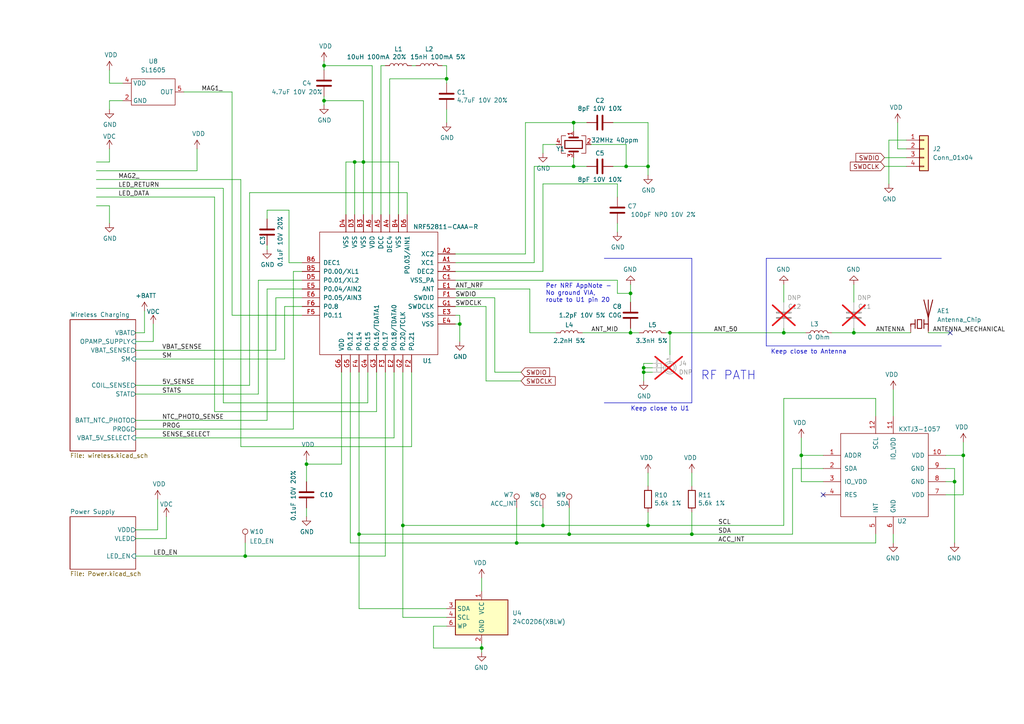
<source format=kicad_sch>
(kicad_sch (version 20250114) (generator "eeschema") (generator_version "9.0")
  (paper "A4")
  (title_block (title "Pixels D20 Schematic, Main") (date "2022-08-26") (rev "13") (company "Systemic Games, LLC") (comment 1 "Main MCU, Accelerometer and Radio"))
  (lib_symbols
    (symbol "Connector_Generic:Conn_01x04" (pin_names (offset 1.016) (hide yes))
      (property "Reference" "J" (at 0 5.08 0))
      (property "Value" "Conn_01x04" (at 0 -7.62 0))
      (symbol "Conn_01x04_1_1"
        (rectangle (start -1.27 3.81) (end 1.27 -6.35) (stroke (width 0.254)) (fill (type background)))
        (rectangle (start -1.27 2.667) (end 0 2.413) (stroke (width 0.1524)))
        (rectangle (start -1.27 0.127) (end 0 -0.127) (stroke (width 0.1524)))
        (rectangle (start -1.27 -2.413) (end 0 -2.667) (stroke (width 0.1524)))
        (rectangle (start -1.27 -4.953) (end 0 -5.207) (stroke (width 0.1524)))
        (pin passive line (at -5.08 2.54 0) (length 3.81) (name "Pin_1") (number "1"))
        (pin passive line (at -5.08 0 0) (length 3.81) (name "Pin_2") (number "2"))
        (pin passive line (at -5.08 -2.54 0) (length 3.81) (name "Pin_3") (number "3"))
        (pin passive line (at -5.08 -5.08 0) (length 3.81) (name "Pin_4") (number "4"))
      )
    )
    (symbol "Device:Antenna_Chip" (pin_numbers (hide yes)) (pin_names (offset 1.016) (hide yes))
      (property "Reference" "AE" (at 0 5.08 0))
      (property "Value" "Antenna_Chip" (at 0 3.175 0))
      (symbol "Antenna_Chip_0_1"
        (polyline (pts (xy -2.54 0) (xy -2.54 -0.635)) (stroke (width 0.254)))
        (polyline (pts (xy -2.54 0) (xy -1.27 0)) (stroke (width 0.254)))
        (polyline (pts (xy -1.27 1.27) (xy -1.27 -1.27) (xy -1.27 0)) (stroke (width 0.254)))
        (polyline (pts (xy -0.635 1.27) (xy 0.635 1.27) (xy 0.635 -1.27) (xy -0.635 -1.27) (xy -0.635 1.27)) (stroke (width 0.254)))
        (polyline (pts (xy 1.27 1.27) (xy 1.27 -1.27)) (stroke (width 0.254)))
        (polyline (pts (xy 1.27 0) (xy 2.54 0)) (stroke (width 0.254)))
        (polyline (pts (xy 2.54 6.985) (xy 2.54 -1.905)) (stroke (width 0.254)))
        (polyline (pts (xy 2.54 -0.635) (xy 2.54 0)))
        (polyline (pts (xy 3.81 6.985) (xy 2.54 1.905) (xy 1.27 6.985)) (stroke (width 0.254)))
      )
      (symbol "Antenna_Chip_1_1"
        (pin input line (at -2.54 -2.54 90) (length 2.54) (name "FEED") (number "1"))
        (pin passive line (at 2.54 -2.54 90) (length 2.54) (name "PCB_Trace") (number "2"))
      )
    )
    (symbol "Device:C" (pin_numbers (hide yes)) (pin_names (offset 0.254))
      (property "Reference" "C" (at 0.635 2.54 0))
      (property "Value" "C" (at 0.635 -2.54 0))
      (symbol "C_0_1"
        (polyline (pts (xy -2.032 0.762) (xy 2.032 0.762)) (stroke (width 0.508)))
        (polyline (pts (xy -2.032 -0.762) (xy 2.032 -0.762)) (stroke (width 0.508)))
      )
      (symbol "C_1_1"
        (pin passive line (at 0 3.81 270) (length 2.794) (name "~") (number "1"))
        (pin passive line (at 0 -3.81 90) (length 2.794) (name "~") (number "2"))
      )
    )
    (symbol "Device:Crystal_GND24" (pin_names (offset 1.016) (hide yes))
      (property "Reference" "Y" (at 3.175 5.08 0))
      (property "Value" "Crystal_GND24" (at 3.175 3.175 0))
      (symbol "Crystal_GND24_0_1"
        (polyline (pts (xy -2.54 2.286) (xy -2.54 3.556) (xy 2.54 3.556) (xy 2.54 2.286)))
        (polyline (pts (xy -2.54 0) (xy -2.032 0)))
        (polyline (pts (xy -2.54 -2.286) (xy -2.54 -3.556) (xy 2.54 -3.556) (xy 2.54 -2.286)))
        (polyline (pts (xy -2.032 -1.27) (xy -2.032 1.27)) (stroke (width 0.508)))
        (rectangle (start -1.143 2.54) (end 1.143 -2.54) (stroke (width 0.3048)))
        (polyline (pts (xy 0 3.556) (xy 0 3.81)))
        (polyline (pts (xy 0 -3.81) (xy 0 -3.556)))
        (polyline (pts (xy 2.032 0) (xy 2.54 0)))
        (polyline (pts (xy 2.032 -1.27) (xy 2.032 1.27)) (stroke (width 0.508)))
      )
      (symbol "Crystal_GND24_1_1"
        (pin passive line (at -3.81 0 0) (length 1.27) (name "1") (number "1"))
        (pin passive line (at 0 5.08 270) (length 1.27) (name "2") (number "2"))
        (pin passive line (at 0 -5.08 90) (length 1.27) (name "4") (number "4"))
        (pin passive line (at 3.81 0 180) (length 1.27) (name "3") (number "3"))
      )
    )
    (symbol "Device:L" (pin_numbers (hide yes)) (pin_names (offset 1.016) (hide yes))
      (property "Reference" "L" (at -1.27 0 90))
      (property "Value" "L" (at 1.905 0 90))
      (symbol "L_0_1"
        (arc (start 0 2.54) (mid 0.6323 1.905) (end 0 1.27))
        (arc (start 0 1.27) (mid 0.6323 0.635) (end 0 0))
        (arc (start 0 0) (mid 0.6323 -0.635) (end 0 -1.27))
        (arc (start 0 -1.27) (mid 0.6323 -1.905) (end 0 -2.54))
      )
      (symbol "L_1_1"
        (pin passive line (at 0 3.81 270) (length 1.27) (name "1") (number "1"))
        (pin passive line (at 0 -3.81 90) (length 1.27) (name "2") (number "2"))
      )
    )
    (symbol "Device:R" (pin_numbers (hide yes)) (pin_names (offset 0))
      (property "Reference" "R" (at 2.032 0 90))
      (property "Value" "R" (at 0 0 90))
      (symbol "R_0_1"
        (rectangle (start -1.016 -2.54) (end 1.016 2.54) (stroke (width 0.254)))
      )
      (symbol "R_1_1"
        (pin passive line (at 0 3.81 270) (length 1.27) (name "~") (number "1"))
        (pin passive line (at 0 -3.81 90) (length 1.27) (name "~") (number "2"))
      )
    )
    (symbol "Pixels-dice:24C02D6(XBLW)"
      (property "Reference" "U" (at -6.35 6.35 0))
      (property "Value" "24C02D6(XBLW)" (at 1.27 6.35 0))
      (symbol "24C02D6(XBLW)_1_1"
        (rectangle (start -7.62 5.08) (end 7.62 -5.08) (stroke (width 0.254)) (fill (type background)))
        (pin power_in line (at 0 7.62 270) (length 2.54) (name "VCC") (number "1"))
        (pin power_in line (at 0 -7.62 90) (length 2.54) (name "GND") (number "2"))
        (pin bidirectional line (at 10.16 2.54 180) (length 2.54) (name "SDA") (number "3"))
        (pin input line (at 10.16 0 180) (length 2.54) (name "SCL") (number "4"))
        (pin input line (at 10.16 -2.54 180) (length 2.54) (name "WP") (number "6"))
      )
    )
    (symbol "Pixels-dice:KXTJ3-1057" (pin_names (offset 1.016))
      (property "Reference" "U" (at 10.16 -12.7 0))
      (property "Value" "KXTJ3-1057" (at 8.89 13.97 0))
      (symbol "KXTJ3-1057_0_1"
        (rectangle (start -12.7 12.7) (end 12.7 -11.43))
      )
      (symbol "KXTJ3-1057_1_1"
        (pin input line (at -17.78 6.35 0) (length 5.08) (name "ADDR") (number "1"))
        (pin bidirectional line (at -17.78 2.54 0) (length 5.08) (name "SDA") (number "2"))
        (pin power_in line (at -17.78 -1.27 0) (length 5.08) (name "IO_VDD") (number "3"))
        (pin passive line (at -17.78 -5.08 0) (length 5.08) (name "RES") (number "4"))
        (pin input line (at -2.54 17.78 270) (length 5.08) (name "SCL") (number "12"))
        (pin output line (at -2.54 -16.51 90) (length 5.08) (name "INT") (number "5"))
        (pin power_in line (at 2.54 17.78 270) (length 5.08) (name "IO_VDD") (number "11"))
        (pin power_in line (at 2.54 -16.51 90) (length 5.08) (name "GND") (number "6"))
        (pin power_in line (at 17.78 6.35 180) (length 5.08) (name "VDD") (number "10"))
        (pin power_in line (at 17.78 2.54 180) (length 5.08) (name "GND") (number "9"))
        (pin power_in line (at 17.78 -1.27 180) (length 5.08) (name "GND") (number "8"))
        (pin power_in line (at 17.78 -5.08 180) (length 5.08) (name "VDD") (number "7"))
      )
    )
    (symbol "Pixels-dice:NRF52811-CAAA-R" (pin_names (offset 1.016))
      (property "Reference" "U" (at 13.97 -19.05 0))
      (property "Value" "NRF52811-CAAA-R" (at -7.62 11.43 0))
      (symbol "NRF52811-CAAA-R_0_1"
        (rectangle (start -17.78 17.78) (end 16.51 -17.78))
      )
      (symbol "NRF52811-CAAA-R_1_1"
        (pin power_out line (at -22.86 8.89 0) (length 5.08) (name "DEC1") (number "B6"))
        (pin bidirectional line (at -22.86 6.35 0) (length 5.08) (name "P0.00/XL1") (number "B5"))
        (pin bidirectional line (at -22.86 3.81 0) (length 5.08) (name "P0.01/XL2") (number "D5"))
        (pin bidirectional line (at -22.86 1.27 0) (length 5.08) (name "P0.04/AIN2") (number "E5"))
        (pin bidirectional line (at -22.86 -1.27 0) (length 5.08) (name "P0.05/AIN3") (number "E6"))
        (pin bidirectional line (at -22.86 -3.81 0) (length 5.08) (name "P0.8") (number "F6"))
        (pin bidirectional line (at -22.86 -6.35 0) (length 5.08) (name "P0.11") (number "F5"))
        (pin power_in line (at -11.43 -22.86 90) (length 5.08) (name "VDD") (number "G6"))
        (pin power_in line (at -10.16 22.86 270) (length 5.08) (name "VSS") (number "D4"))
        (pin bidirectional line (at -8.89 -22.86 90) (length 5.08) (name "P0.12") (number "G5"))
        (pin power_in line (at -7.62 22.86 270) (length 5.08) (name "VSS") (number "D3"))
        (pin bidirectional line (at -6.35 -22.86 90) (length 5.08) (name "P0.14") (number "F4"))
        (pin power_in line (at -5.08 22.86 270) (length 5.08) (name "VSS") (number "B3"))
        (pin bidirectional line (at -3.81 -22.86 90) (length 5.08) (name "P0.15") (number "G4"))
        (pin power_in line (at -2.54 22.86 270) (length 5.08) (name "VDD") (number "A6"))
        (pin bidirectional line (at -1.27 -22.86 90) (length 5.08) (name "P0.16/TDATA1") (number "G3"))
        (pin output line (at 0 22.86 270) (length 5.08) (name "DCC") (number "A5"))
        (pin bidirectional line (at 1.27 -22.86 90) (length 5.08) (name "P0.17") (number "F3"))
        (pin output line (at 2.54 22.86 270) (length 5.08) (name "DEC4") (number "A4"))
        (pin bidirectional line (at 3.81 -22.86 90) (length 5.08) (name "P0.18/TDATA0") (number "E2"))
        (pin output line (at 5.08 22.86 270) (length 5.08) (name "VSS") (number "B4"))
        (pin bidirectional line (at 6.35 -22.86 90) (length 5.08) (name "P0.20/TCLK") (number "G2"))
        (pin bidirectional line (at 7.62 22.86 270) (length 5.08) (name "P0.03/AIN1") (number "D6"))
        (pin bidirectional line (at 8.89 -22.86 90) (length 5.08) (name "P0.21") (number "F2"))
        (pin input line (at 21.59 11.43 180) (length 5.08) (name "XC2") (number "A2"))
        (pin output line (at 21.59 8.89 180) (length 5.08) (name "XC1") (number "A1"))
        (pin output line (at 21.59 6.35 180) (length 5.08) (name "DEC2") (number "A3"))
        (pin power_in line (at 21.59 3.81 180) (length 5.08) (name "VSS_PA") (number "C1"))
        (pin output line (at 21.59 1.27 180) (length 5.08) (name "ANT") (number "E1"))
        (pin bidirectional line (at 21.59 -1.27 180) (length 5.08) (name "SWDIO") (number "F1"))
        (pin bidirectional line (at 21.59 -3.81 180) (length 5.08) (name "SWDCLK") (number "G1"))
        (pin power_in line (at 21.59 -6.35 180) (length 5.08) (name "VSS") (number "E3"))
        (pin power_in line (at 21.59 -8.89 180) (length 5.08) (name "VSS") (number "E4"))
      )
    )
    (symbol "Pixels-dice:SL1605"
      (property "Reference" "U" (at 4.064 -5.08 0))
      (property "Value" "SL1605" (at 0 5.588 0))
      (symbol "SL1605_0_1"
        (rectangle (start -6.35 3.81) (end 6.35 -3.81))
      )
      (symbol "SL1605_1_1"
        (pin power_in line (at -8.89 2.54 0) (length 2.54) (name "VDD") (number "4"))
        (pin power_in line (at -8.89 -2.54 0) (length 2.54) (name "GND") (number "2"))
        (pin output line (at 8.89 0 180) (length 2.54) (name "OUT") (number "5"))
      )
    )
    (symbol "Pixels-dice:TEST_1P-conn" (pin_numbers (hide yes)) (pin_names (offset 0.762) (hide yes))
      (property "Reference" "W" (at 0 6.858 0))
      (property "Value" "TEST_1P-conn" (at 0 5.08 0))
      (symbol "TEST_1P-conn_0_1"
        (circle (center 0 3.302) (radius 0.762))
      )
      (symbol "TEST_1P-conn_1_1"
        (pin passive line (at 0 0 90) (length 2.54) (name "1") (number "1"))
      )
    )
    (symbol "Pixels-dice:W.FL"
      (property "Reference" "J" (at 3.81 -1.27 0))
      (property "Value" "W.FL" (at 4.445 1.27 0))
      (symbol "W.FL_0_1"
        (polyline (pts (xy -1.27 -2.54) (xy 1.27 -2.54)))
        (circle (center 0 0) (radius 1.27))
        (circle (center 0 0) (radius 1.7961))
        (polyline (pts (xy 0 -2.54) (xy 0 -1.905)))
      )
      (symbol "W.FL_1_1"
        (pin passive line (at -3.81 0 0) (length 2.54) (name "RF") (number "4"))
        (pin passive line (at -1.27 -5.08 90) (length 2.54) (name "") (number "2"))
        (pin passive line (at 0 -5.08 90) (length 2.54) (name "") (number "3"))
        (pin passive line (at 1.27 -5.08 90) (length 2.54) (name "") (number "1"))
      )
    )
    (symbol "power:+5V" (power) (pin_numbers (hide yes)) (pin_names (offset 0) (hide yes))
      (property "Value" "+5V" (at 0 3.556 0))
      (symbol "+5V_0_1"
        (polyline (pts (xy -0.762 1.27) (xy 0 2.54)))
        (polyline (pts (xy 0 2.54) (xy 0.762 1.27)))
        (polyline (pts (xy 0 0) (xy 0 2.54)))
      )
      (symbol "+5V_1_1"
        (pin power_in line (at 0 0 90) (length 0) (name "~") (number "1"))
      )
    )
    (symbol "power:+BATT" (power) (pin_names (offset 0))
      (property "Value" "+BATT" (at 0 3.556 0))
      (symbol "+BATT_0_1"
        (polyline (pts (xy -0.762 1.27) (xy 0 2.54)))
        (polyline (pts (xy 0 2.54) (xy 0.762 1.27)))
        (polyline (pts (xy 0 0) (xy 0 2.54)))
      )
      (symbol "+BATT_1_1"
        (pin power_in line (at 0 0 90) (length 0) (hide yes) (name "+BATT") (number "1"))
      )
    )
    (symbol "power:GND" (power) (pin_names (offset 0))
      (property "Value" "GND" (at 0 -3.81 0))
      (symbol "GND_0_1"
        (polyline (pts (xy 0 0) (xy 0 -1.27) (xy 1.27 -1.27) (xy 0 -2.54) (xy -1.27 -1.27) (xy 0 -1.27)))
      )
      (symbol "GND_1_1"
        (pin power_in line (at 0 0 270) (length 0) (hide yes) (name "GND") (number "1"))
      )
    )
    (symbol "power:VDC" (power) (pin_names (offset 0))
      (property "Value" "VDC" (at 0 6.35 0))
      (symbol "VDC_0_1"
        (polyline (pts (xy -0.762 1.27) (xy 0 2.54)))
        (polyline (pts (xy 0 2.54) (xy 0.762 1.27)))
        (polyline (pts (xy 0 0) (xy 0 2.54)))
      )
      (symbol "VDC_1_1"
        (pin power_in line (at 0 0 90) (length 0) (hide yes) (name "VDC") (number "1"))
      )
    )
    (symbol "power:VDD" (power) (pin_names (offset 0))
      (property "Value" "VDD" (at 0 3.81 0))
      (symbol "VDD_0_1"
        (polyline (pts (xy -0.762 1.27) (xy 0 2.54)))
        (polyline (pts (xy 0 2.54) (xy 0.762 1.27)))
        (polyline (pts (xy 0 0) (xy 0 2.54)))
      )
      (symbol "VDD_1_1"
        (pin power_in line (at 0 0 90) (length 0) (hide yes) (name "VDD") (number "1"))
      )
    )
  )
  (text "Per NRF AppNote -\nNo ground VIA,\nroute to U1 pin 20" (at 158.242 87.884 0) (effects (font (size 1.27 1.27)) (justify left bottom)))
  (text "RF PATH" (at 203.2 110.49 0) (effects (font (size 2.54 2.54)) (justify left bottom)))
  (text "Keep close to Antenna" (at 223.52 102.87 0) (effects (font (size 1.27 1.27)) (justify left bottom)))
  (text "Keep close to U1" (at 182.88 119.38 0) (effects (font (size 1.27 1.27)) (justify left bottom)))
  (junction (at 279.4 132.08))
  (junction (at 105.41 46.99))
  (junction (at 181.61 48.26))
  (junction (at 276.86 139.7))
  (junction (at 194.31 96.52))
  (junction (at 187.96 152.4))
  (junction (at 166.37 48.26))
  (junction (at 149.86 157.48))
  (junction (at 104.14 154.94))
  (junction (at 165.1 154.94))
  (junction (at 71.12 161.29))
  (junction (at 200.66 154.94))
  (junction (at 182.88 96.52))
  (junction (at 227.33 96.52))
  (junction (at 116.84 152.4))
  (junction (at 129.54 22.86))
  (junction (at 182.88 85.09))
  (junction (at 93.98 19.05))
  (junction (at 88.9 134.62))
  (junction (at 247.65 96.52))
  (junction (at 187.96 48.26))
  (junction (at 133.35 93.98))
  (junction (at 232.41 132.08))
  (junction (at 157.48 152.4))
  (junction (at 93.98 29.21))
  (junction (at 102.87 46.99))
  (junction (at 186.69 107.95))
  (junction (at 166.37 35.56))
  (junction (at 139.7 187.96))
  (junction (at 186.69 106.68))
  (no_connect (at 275.59 96.52))
  (no_connect (at 238.76 143.51))
  (no_connect (at -30.48 55.88))
  (wire (pts (xy 67.31 26.67) (xy 67.31 91.44)))
  (wire (pts (xy 105.41 29.21) (xy 93.98 29.21)))
  (wire (pts (xy 105.41 62.23) (xy 105.41 46.99)))
  (wire (pts (xy 125.73 187.96) (xy 139.7 187.96)))
  (wire (pts (xy 149.86 147.32) (xy 149.86 157.48)))
  (wire (pts (xy -41.91 48.26) (xy -41.91 66.04)))
  (wire (pts (xy 181.61 41.91) (xy 181.61 48.26)))
  (wire (pts (xy 256.54 45.72) (xy 262.89 45.72)))
  (wire (pts (xy 154.94 76.2) (xy 154.94 48.26)))
  (wire (pts (xy 93.98 17.78) (xy 93.98 19.05)))
  (wire (pts (xy 232.41 139.7) (xy 232.41 132.08)))
  (wire (pts (xy 279.4 143.51) (xy 274.32 143.51)))
  (wire (pts (xy 48.26 149.86) (xy 48.26 156.21)))
  (wire (pts (xy 177.8 48.26) (xy 181.61 48.26)))
  (wire (pts (xy 140.97 110.49) (xy 151.13 110.49)))
  (wire (pts (xy 132.08 73.66) (xy 152.4 73.66)))
  (wire (pts (xy 74.93 81.28) (xy 87.63 81.28)))
  (wire (pts (xy 238.76 135.89) (xy 229.87 135.89)))
  (wire (pts (xy -46.99 41.91) (xy -46.99 53.34)))
  (wire (pts (xy 77.47 83.82) (xy 77.47 121.92)))
  (polyline (pts (xy 222.25 74.93) (xy 222.25 100.33)))
  (wire (pts (xy 39.37 104.14) (xy 82.55 104.14)))
  (wire (pts (xy 129.54 176.53) (xy 104.14 176.53)))
  (wire (pts (xy 187.96 35.56) (xy 187.96 48.26)))
  (wire (pts (xy 166.37 35.56) (xy 170.18 35.56)))
  (wire (pts (xy 69.85 52.07) (xy 27.94 52.07)))
  (wire (pts (xy 189.23 106.68) (xy 186.69 106.68)))
  (wire (pts (xy 259.08 154.94) (xy 259.08 157.48)))
  (wire (pts (xy 39.37 114.3) (xy 74.93 114.3)))
  (polyline (pts (xy 222.25 100.33) (xy 273.05 100.33)))
  (wire (pts (xy 132.08 83.82) (xy 153.67 83.82)))
  (wire (pts (xy 39.37 156.21) (xy 48.26 156.21)))
  (wire (pts (xy 257.81 40.64) (xy 257.81 53.34)))
  (wire (pts (xy 116.84 152.4) (xy 116.84 179.07)))
  (wire (pts (xy 186.69 105.41) (xy 186.69 106.68)))
  (wire (pts (xy 27.94 57.15) (xy 62.23 57.15)))
  (wire (pts (xy 118.11 55.88) (xy 118.11 62.23)))
  (wire (pts (xy 116.84 107.95) (xy 116.84 152.4)))
  (wire (pts (xy 129.54 31.75) (xy 129.54 35.56)))
  (wire (pts (xy 39.37 111.76) (xy 72.39 111.76)))
  (wire (pts (xy 111.76 19.05) (xy 110.49 19.05)))
  (wire (pts (xy 71.12 157.48) (xy 71.12 161.29)))
  (wire (pts (xy 88.9 134.62) (xy 88.9 139.7)))
  (wire (pts (xy 132.08 81.28) (xy 179.07 81.28)))
  (wire (pts (xy 77.47 83.82) (xy 87.63 83.82)))
  (wire (pts (xy 88.9 134.62) (xy 99.06 134.62)))
  (wire (pts (xy 149.86 157.48) (xy 254 157.48)))
  (wire (pts (xy 274.32 139.7) (xy 276.86 139.7)))
  (wire (pts (xy 39.37 127) (xy 114.3 127)))
  (wire (pts (xy 62.23 119.38) (xy 109.22 119.38)))
  (wire (pts (xy 152.4 73.66) (xy 152.4 35.56)))
  (wire (pts (xy 44.45 93.98) (xy 44.45 99.06)))
  (wire (pts (xy 179.07 85.09) (xy 182.88 85.09)))
  (wire (pts (xy 132.08 86.36) (xy 143.51 86.36)))
  (wire (pts (xy 102.87 46.99) (xy 105.41 46.99)))
  (wire (pts (xy 153.67 96.52) (xy 161.29 96.52)))
  (wire (pts (xy 133.35 91.44) (xy 133.35 93.98)))
  (wire (pts (xy 254 120.65) (xy 254 115.57)))
  (wire (pts (xy 88.9 134.62) (xy 88.9 133.35)))
  (wire (pts (xy 102.87 46.99) (xy 102.87 62.23)))
  (wire (pts (xy 116.84 152.4) (xy 157.48 152.4)))
  (wire (pts (xy 189.23 107.95) (xy 186.69 107.95)))
  (wire (pts (xy 143.51 107.95) (xy 151.13 107.95)))
  (wire (pts (xy 168.91 96.52) (xy 182.88 96.52)))
  (wire (pts (xy 62.23 57.15) (xy 62.23 119.38)))
  (wire (pts (xy 161.29 41.91) (xy 157.48 41.91)))
  (wire (pts (xy 85.09 78.74) (xy 87.63 78.74)))
  (wire (pts (xy 64.77 54.61) (xy 64.77 116.84)))
  (wire (pts (xy 80.01 86.36) (xy 80.01 101.6)))
  (wire (pts (xy 93.98 19.05) (xy 93.98 20.32)))
  (wire (pts (xy 53.34 26.67) (xy 67.31 26.67)))
  (wire (pts (xy 179.07 81.28) (xy 179.07 85.09)))
  (wire (pts (xy 129.54 22.86) (xy 129.54 24.13)))
  (wire (pts (xy 45.72 153.67) (xy 45.72 144.78)))
  (wire (pts (xy 186.69 106.68) (xy 186.69 107.95)))
  (wire (pts (xy 194.31 96.52) (xy 194.31 102.87)))
  (wire (pts (xy 125.73 181.61) (xy 125.73 187.96)))
  (wire (pts (xy 128.27 19.05) (xy 129.54 19.05)))
  (wire (pts (xy 129.54 22.86) (xy 113.03 22.86)))
  (wire (pts (xy 165.1 154.94) (xy 200.66 154.94)))
  (wire (pts (xy 57.15 43.18) (xy 57.15 49.53)))
  (wire (pts (xy 232.41 132.08) (xy 238.76 132.08)))
  (wire (pts (xy 101.6 157.48) (xy 149.86 157.48)))
  (wire (pts (xy 193.04 96.52) (xy 194.31 96.52)))
  (wire (pts (xy 177.8 35.56) (xy 187.96 35.56)))
  (wire (pts (xy 200.66 148.59) (xy 200.66 154.94)))
  (wire (pts (xy 31.75 20.32) (xy 31.75 24.13)))
  (wire (pts (xy 39.37 124.46) (xy 85.09 124.46)))
  (wire (pts (xy 274.32 135.89) (xy 276.86 135.89)))
  (wire (pts (xy 72.39 55.88) (xy 72.39 111.76)))
  (wire (pts (xy 279.4 132.08) (xy 279.4 143.51)))
  (wire (pts (xy 118.11 55.88) (xy 72.39 55.88)))
  (wire (pts (xy 74.93 114.3) (xy 74.93 81.28)))
  (polyline (pts (xy 175.26 116.84) (xy 200.66 116.84)))
  (wire (pts (xy 104.14 107.95) (xy 104.14 154.94)))
  (wire (pts (xy 256.54 48.26) (xy 262.89 48.26)))
  (wire (pts (xy 104.14 176.53) (xy 104.14 154.94)))
  (wire (pts (xy 100.33 62.23) (xy 100.33 46.99)))
  (wire (pts (xy 154.94 48.26) (xy 166.37 48.26)))
  (wire (pts (xy 247.65 82.55) (xy 247.65 87.63)))
  (wire (pts (xy 39.37 99.06) (xy 44.45 99.06)))
  (wire (pts (xy 232.41 132.08) (xy 232.41 127)))
  (wire (pts (xy 187.96 148.59) (xy 187.96 152.4)))
  (wire (pts (xy 260.35 43.18) (xy 262.89 43.18)))
  (wire (pts (xy 260.35 35.56) (xy 260.35 43.18)))
  (wire (pts (xy 227.33 96.52) (xy 233.68 96.52)))
  (wire (pts (xy 27.94 54.61) (xy 64.77 54.61)))
  (wire (pts (xy 194.31 96.52) (xy 227.33 96.52)))
  (wire (pts (xy 227.33 115.57) (xy 227.33 152.4)))
  (wire (pts (xy 257.81 40.64) (xy 262.89 40.64)))
  (wire (pts (xy 276.86 139.7) (xy 276.86 157.48)))
  (wire (pts (xy 139.7 167.64) (xy 139.7 171.45)))
  (polyline (pts (xy 200.66 74.93) (xy 200.66 116.84)))
  (wire (pts (xy 166.37 48.26) (xy 170.18 48.26)))
  (wire (pts (xy 132.08 91.44) (xy 133.35 91.44)))
  (wire (pts (xy 182.88 82.55) (xy 182.88 85.09)))
  (wire (pts (xy 35.56 29.21) (xy 31.75 29.21)))
  (wire (pts (xy -46.99 53.34) (xy -30.48 53.34)))
  (wire (pts (xy 179.07 53.34) (xy 179.07 57.15)))
  (wire (pts (xy 88.9 147.32) (xy 88.9 149.86)))
  (wire (pts (xy 93.98 29.21) (xy 93.98 30.48)))
  (wire (pts (xy 119.38 107.95) (xy 119.38 129.54)))
  (wire (pts (xy 200.66 137.16) (xy 200.66 140.97)))
  (wire (pts (xy 157.48 152.4) (xy 187.96 152.4)))
  (wire (pts (xy 139.7 187.96) (xy 139.7 189.23)))
  (wire (pts (xy 152.4 35.56) (xy 166.37 35.56)))
  (wire (pts (xy 39.37 153.67) (xy 45.72 153.67)))
  (wire (pts (xy 31.75 29.21) (xy 31.75 31.75)))
  (wire (pts (xy 186.69 107.95) (xy 186.69 110.49)))
  (wire (pts (xy 39.37 121.92) (xy 77.47 121.92)))
  (wire (pts (xy 129.54 19.05) (xy 129.54 22.86)))
  (wire (pts (xy 200.66 154.94) (xy 229.87 154.94)))
  (wire (pts (xy 241.3 96.52) (xy 247.65 96.52)))
  (wire (pts (xy 71.12 161.29) (xy 111.76 161.29)))
  (wire (pts (xy 109.22 107.95) (xy 109.22 119.38)))
  (wire (pts (xy 85.09 78.74) (xy 85.09 124.46)))
  (wire (pts (xy 87.63 76.2) (xy 83.82 76.2)))
  (wire (pts (xy 227.33 82.55) (xy 227.33 87.63)))
  (wire (pts (xy 27.94 49.53) (xy 57.15 49.53)))
  (wire (pts (xy 107.95 19.05) (xy 93.98 19.05)))
  (wire (pts (xy 140.97 88.9) (xy 140.97 110.49)))
  (wire (pts (xy 105.41 46.99) (xy 105.41 29.21)))
  (wire (pts (xy 171.45 41.91) (xy 181.61 41.91)))
  (polyline (pts (xy 175.26 74.93) (xy 200.66 74.93)))
  (wire (pts (xy 64.77 116.84) (xy 106.68 116.84)))
  (wire (pts (xy 80.01 101.6) (xy 39.37 101.6)))
  (wire (pts (xy 106.68 107.95) (xy 106.68 116.84)))
  (wire (pts (xy 111.76 161.29) (xy 111.76 107.95)))
  (wire (pts (xy 31.75 43.18) (xy 31.75 46.99)))
  (wire (pts (xy 153.67 83.82) (xy 153.67 96.52)))
  (wire (pts (xy 82.55 104.14) (xy 82.55 88.9)))
  (polyline (pts (xy 222.25 74.93) (xy 273.05 74.93)))
  (wire (pts (xy 132.08 88.9) (xy 140.97 88.9)))
  (wire (pts (xy 165.1 147.32) (xy 165.1 154.94)))
  (wire (pts (xy 229.87 135.89) (xy 229.87 154.94)))
  (wire (pts (xy 77.47 71.12) (xy 77.47 72.39)))
  (wire (pts (xy 132.08 93.98) (xy 133.35 93.98)))
  (wire (pts (xy 115.57 62.23) (xy 115.57 46.99)))
  (wire (pts (xy 110.49 19.05) (xy 110.49 62.23)))
  (wire (pts (xy -41.91 48.26) (xy -30.48 48.26)))
  (wire (pts (xy 100.33 46.99) (xy 102.87 46.99)))
  (wire (pts (xy 115.57 46.99) (xy 105.41 46.99)))
  (wire (pts (xy 157.48 147.32) (xy 157.48 152.4)))
  (wire (pts (xy 83.82 60.96) (xy 77.47 60.96)))
  (wire (pts (xy 182.88 95.25) (xy 182.88 96.52)))
  (wire (pts (xy 187.96 137.16) (xy 187.96 140.97)))
  (wire (pts (xy 143.51 86.36) (xy 143.51 107.95)))
  (wire (pts (xy 279.4 128.27) (xy 279.4 132.08)))
  (wire (pts (xy 31.75 59.69) (xy 27.94 59.69)))
  (wire (pts (xy 129.54 179.07) (xy 116.84 179.07)))
  (wire (pts (xy 69.85 129.54) (xy 69.85 52.07)))
  (wire (pts (xy 93.98 27.94) (xy 93.98 29.21)))
  (wire (pts (xy 157.48 53.34) (xy 157.48 78.74)))
  (wire (pts (xy 31.75 24.13) (xy 35.56 24.13)))
  (wire (pts (xy 254 154.94) (xy 254 157.48)))
  (wire (pts (xy 113.03 22.86) (xy 113.03 62.23)))
  (wire (pts (xy 181.61 48.26) (xy 187.96 48.26)))
  (wire (pts (xy 247.65 96.52) (xy 264.16 96.52)))
  (wire (pts (xy 71.12 161.29) (xy 39.37 161.29)))
  (wire (pts (xy 182.88 96.52) (xy 185.42 96.52)))
  (wire (pts (xy 39.37 96.52) (xy 41.91 96.52)))
  (wire (pts (xy 187.96 152.4) (xy 227.33 152.4)))
  (wire (pts (xy 101.6 107.95) (xy 101.6 157.48)))
  (wire (pts (xy 114.3 107.95) (xy 114.3 127)))
  (wire (pts (xy 67.31 91.44) (xy 87.63 91.44)))
  (wire (pts (xy 182.88 85.09) (xy 182.88 87.63)))
  (wire (pts (xy 179.07 64.77) (xy 179.07 67.31)))
  (wire (pts (xy 157.48 41.91) (xy 157.48 44.45)))
  (wire (pts (xy 119.38 19.05) (xy 120.65 19.05)))
  (wire (pts (xy 82.55 88.9) (xy 87.63 88.9)))
  (wire (pts (xy 187.96 48.26) (xy 187.96 50.8)))
  (wire (pts (xy 166.37 45.72) (xy 166.37 48.26)))
  (wire (pts (xy 133.35 93.98) (xy 133.35 99.06)))
  (wire (pts (xy 166.37 38.1) (xy 166.37 35.56)))
  (wire (pts (xy 279.4 132.08) (xy 274.32 132.08)))
  (wire (pts (xy 254 115.57) (xy 227.33 115.57)))
  (wire (pts (xy 179.07 53.34) (xy 157.48 53.34)))
  (wire (pts (xy 238.76 139.7) (xy 232.41 139.7)))
  (wire (pts (xy 247.65 95.25) (xy 247.65 96.52)))
  (wire (pts (xy 269.24 96.52) (xy 275.59 96.52)))
  (wire (pts (xy 83.82 60.96) (xy 83.82 76.2)))
  (wire (pts (xy 77.47 60.96) (xy 77.47 63.5)))
  (wire (pts (xy 107.95 19.05) (xy 107.95 62.23)))
  (wire (pts (xy 139.7 186.69) (xy 139.7 187.96)))
  (wire (pts (xy 129.54 181.61) (xy 125.73 181.61)))
  (wire (pts (xy 119.38 129.54) (xy 69.85 129.54)))
  (wire (pts (xy 31.75 59.69) (xy 31.75 64.77)))
  (wire (pts (xy 27.94 46.99) (xy 31.75 46.99)))
  (wire (pts (xy 276.86 135.89) (xy 276.86 139.7)))
  (wire (pts (xy 259.08 113.03) (xy 259.08 120.65)))
  (wire (pts (xy 189.23 105.41) (xy 186.69 105.41)))
  (wire (pts (xy 132.08 76.2) (xy 154.94 76.2)))
  (wire (pts (xy 99.06 107.95) (xy 99.06 134.62)))
  (wire (pts (xy 41.91 90.17) (xy 41.91 96.52)))
  (wire (pts (xy 80.01 86.36) (xy 87.63 86.36)))
  (wire (pts (xy 227.33 95.25) (xy 227.33 96.52)))
  (wire (pts (xy 132.08 78.74) (xy 157.48 78.74)))
  (wire (pts (xy 104.14 154.94) (xy 165.1 154.94)))
  (label "SM" (at 46.99 104.14 0))
  (label "ANTENNA_MECHANICAL" (at 270.51 96.52 0))
  (label "PROG" (at 46.99 124.46 0))
  (label "ACC_INT" (at 208.28 157.48 0))
  (label "ANT_50" (at 207.01 96.52 0))
  (label "SWDCLK" (at 132.08 88.9 0))
  (label "VBAT_SENSE" (at 46.99 101.6 0))
  (label "SENSE_SELECT" (at 46.99 127 0))
  (label "MAG2_" (at 34.29 52.07 0))
  (label "5V_SENSE" (at 46.99 111.76 0))
  (label "NTC_PHOTO_SENSE" (at 46.99 121.92 0))
  (label "ANT_NRF" (at 132.08 83.82 0))
  (label "SDA" (at 208.28 154.94 0))
  (label "LED_EN" (at 44.45 161.29 0))
  (label "ANTENNA" (at 254 96.52 0))
  (label "SWDIO" (at 132.08 86.36 0))
  (label "MAG1_" (at 58.42 26.67 0))
  (label "LED_RETURN" (at 34.29 54.61 0))
  (label "ANT_MID" (at 171.45 96.52 0))
  (label "LED_DATA" (at 34.29 57.15 0))
  (label "SCL" (at 208.28 152.4 0))
  (label "STATS" (at 46.99 114.3 0))
  (global_label "SWDIO" (shape input) (at 151.13 107.95 0) (property "Intersheetrefs" "${INTERSHEET_REFS}" (effects (hide yes))))
  (global_label "SWDCLK" (shape input) (at 256.54 48.26 180) (property "Intersheetrefs" "${INTERSHEET_REFS}" (effects (hide yes))))
  (global_label "SWDCLK" (shape input) (at 151.13 110.49 0) (property "Intersheetrefs" "${INTERSHEET_REFS}" (effects (hide yes))))
  (global_label "SWDIO" (shape input) (at 256.54 45.72 180) (property "Intersheetrefs" "${INTERSHEET_REFS}" (effects (hide yes))))
  (symbol (lib_id "power:GND") (at 88.9 149.86 0) (unit 1)
    (property "Reference" "#PWR016" (effects (hide yes)))
    (property "Value" "GND" (at 89.027 154.2542 0))
  )
  (symbol (lib_id "power:VDD") (at 88.9 133.35 0) (unit 1)
    (property "Reference" "#PWR014" (effects (hide yes)))
    (property "Value" "VDD" (at 89.3318 128.9558 0))
  )
  (symbol (lib_id "Device:C") (at 88.9 143.51 0) (unit 1)
    (property "Reference" "C10" (at 92.71 143.51 0) (effects (justify left)))
    (property "Value" "0.1uF 10V 20%" (at 85.09 151.13 90) (effects (justify left)))
    (property "Footprint" "Capacitor_SMD:C_0201_0603Metric" (effects (hide yes)))
    (property "Generic OK" "YES" (effects (hide yes)))
    (property "Manufacturer" "HRE" (effects (hide yes)))
    (property "LCSC Part Number" "C6119757" (effects (hide yes)))
    (property "Part Number" "CGA0201X5R104K100ET" (effects (hide yes)))
  )
  (symbol (lib_id "power:GND") (at 93.98 30.48 0) (unit 1)
    (property "Reference" "#PWR08" (effects (hide yes)))
    (property "Value" "GND" (at 94.107 34.8742 0))
  )
  (symbol (lib_id "power:VDD") (at 93.98 17.78 0) (unit 1)
    (property "Reference" "#PWR01" (effects (hide yes)))
    (property "Value" "VDD" (at 94.4118 13.3858 0))
  )
  (symbol (lib_id "Device:C") (at 93.98 24.13 0) (unit 1)
    (property "Reference" "C4" (at 87.63 24.13 0) (effects (justify left)))
    (property "Value" "4.7uF 10V 20%" (at 78.74 26.67 0) (effects (justify left)))
    (property "Footprint" "Pixels-dice:C_0402_1005Metric" (effects (hide yes)))
    (property "Generic OK" "YES" (effects (hide yes)))
    (property "Manufacturer" "Murata" (effects (hide yes)))
    (property "LCSC Part Number" "C1849652" (effects (hide yes)))
    (property "Part Number" "GRM155R61A475MEAAJ" (effects (hide yes)))
    (property "Alternate Manufacturer" "Samsung Electro-Mechanics" (effects (hide yes)))
    (property "Alternate PN" "CL05A475MP5NRNC" (effects (hide yes)))
    (property "JLCPCB Part Number" "C23733" (effects (hide yes)))
  )
  (symbol (lib_id "power:GND") (at 77.47 72.39 0) (unit 1)
    (property "Reference" "#PWR05" (effects (hide yes)))
    (property "Value" "GND" (at 77.597 76.7842 0))
  )
  (symbol (lib_id "Device:C") (at 77.47 67.31 0) (unit 1)
    (property "Reference" "C3" (at 76.2 71.12 90) (effects (justify left)))
    (property "Value" "0.1uF 10V 20%" (at 81.28 77.47 90) (effects (justify left)))
    (property "Footprint" "Capacitor_SMD:C_0201_0603Metric" (effects (hide yes)))
    (property "Generic OK" "YES" (effects (hide yes)))
    (property "Manufacturer" "HRE" (effects (hide yes)))
    (property "LCSC Part Number" "C6119757" (effects (hide yes)))
    (property "Part Number" "CGA0201X5R104K100ET" (effects (hide yes)))
  )
  (symbol (lib_id "Device:L") (at 115.57 19.05 90) (unit 1)
    (property "Reference" "L1" (at 115.57 14.224 90))
    (property "Value" "10uH 100mA 20%" (at 109.22 16.51 90))
    (property "Footprint" "Pixels-dice:C_1.2x1.8" (effects (hide yes)))
    (property "Generic OK" "YES" (effects (hide yes)))
    (property "Manufacturer" "EMTEK" (effects (hide yes)))
    (property "LCSC Part Number" "C252081" (effects (hide yes)))
    (property "Part Number" "LCD0603-100K-T" (effects (hide yes)))
    (property "Alternate Manufacturer" "Sunltech Tech" (effects (hide yes)))
    (property "Alternate PN" "SLC1608F100KTT" (effects (hide yes)))
    (property "JLCPCB Part Number" "C411908" (effects (hide yes)))
  )
  (symbol (lib_id "Device:L") (at 124.46 19.05 90) (unit 1)
    (property "Reference" "L2" (at 124.46 14.224 90))
    (property "Value" "15nH 100mA 5%" (at 127 16.51 90))
    (property "Footprint" "Inductor_SMD:L_0402_1005Metric" (effects (hide yes)))
    (property "Generic OK" "YES" (effects (hide yes)))
    (property "Manufacturer" "FH" (effects (hide yes)))
    (property "LCSC Part Number" "C381880" (effects (hide yes)))
    (property "Part Number" "VHF100505H15NKT" (effects (hide yes)))
  )
  (symbol (lib_id "Device:C") (at 129.54 27.94 0) (unit 1)
    (property "Reference" "C1" (at 132.461 26.7716 0) (effects (justify left)))
    (property "Value" "4.7uF 10V 20%" (at 132.461 29.083 0) (effects (justify left)))
    (property "Footprint" "Pixels-dice:C_0402_1005Metric" (effects (hide yes)))
    (property "Generic OK" "YES" (effects (hide yes)))
    (property "Manufacturer" "Murata" (effects (hide yes)))
    (property "LCSC Part Number" "C1849652" (effects (hide yes)))
    (property "Part Number" "GRM155R61A475MEAAJ" (effects (hide yes)))
    (property "Alternate Manufacturer" "Samsung Electro-Mechanics" (effects (hide yes)))
    (property "Alternate PN" "CL05A475MP5NRNC" (effects (hide yes)))
    (property "JLCPCB Part Number" "C23733" (effects (hide yes)))
  )
  (symbol (lib_id "power:GND") (at 129.54 35.56 0) (unit 1)
    (property "Reference" "#PWR03" (effects (hide yes)))
    (property "Value" "GND" (at 129.667 39.9542 0))
  )
  (symbol (lib_id "Device:Crystal_GND24") (at 166.37 41.91 270) (unit 1)
    (property "Reference" "Y1" (at 161.29 43.18 90) (effects (justify left)))
    (property "Value" "32MHz 40ppm" (at 171.45 40.64 90) (effects (justify left)))
    (property "Footprint" "Pixels-dice:SX16Y032000B81T001" (effects (hide yes)))
    (property "Generic OK" "YES" (effects (hide yes)))
    (property "Manufacturer" "TKD" (effects (hide yes)))
    (property "LCSC Part Number" "C20623629" (effects (hide yes)))
    (property "Part Number" "SX16Y032000B81T001" (effects (hide yes)))
    (property "Alternate Manufacturer" "TXC Corp" (effects (hide yes)))
    (property "Alternate PN" "8Q32000002" (effects (hide yes)))
    (property "JLCPCB Part Number" "C5203640" (effects (hide yes)))
  )
  (symbol (lib_id "Device:C") (at 173.99 35.56 270) (unit 1)
    (property "Reference" "C2" (at 173.99 29.1592 90))
    (property "Value" "8pF 10V 10%" (at 173.99 31.4706 90))
    (property "Footprint" "Capacitor_SMD:C_0201_0603Metric" (effects (hide yes)))
    (property "Generic OK" "YES" (effects (hide yes)))
    (property "Manufacturer" "FH (Guangdong Fenghua Advanced Tech)" (effects (hide yes)))
    (property "LCSC Part Number" "C501818" (effects (hide yes)))
    (property "Part Number" "0201CG8R0C500NT" (effects (hide yes)))
  )
  (symbol (lib_id "Device:C") (at 173.99 48.26 270) (unit 1)
    (property "Reference" "C5" (at 173.99 44.45 90))
    (property "Value" "8pF 10V 10%" (at 173.99 52.07 90))
    (property "Footprint" "Capacitor_SMD:C_0201_0603Metric" (effects (hide yes)))
    (property "Generic OK" "YES" (effects (hide yes)))
    (property "Manufacturer" "FH (Guangdong Fenghua Advanced Tech)" (effects (hide yes)))
    (property "LCSC Part Number" "C501818" (effects (hide yes)))
    (property "Part Number" "0201CG8R0C500NT" (effects (hide yes)))
  )
  (symbol (lib_id "power:GND") (at 187.96 50.8 0) (unit 1)
    (property "Reference" "#PWR09" (effects (hide yes)))
    (property "Value" "GND" (at 188.087 55.1942 0))
  )
  (symbol (lib_id "power:GND") (at 179.07 67.31 0) (unit 1)
    (property "Reference" "#PWR011" (effects (hide yes)))
    (property "Value" "GND" (at 179.197 71.7042 0))
  )
  (symbol (lib_id "Device:C") (at 179.07 60.96 0) (unit 1)
    (property "Reference" "C7" (at 181.991 59.7916 0) (effects (justify left)))
    (property "Value" "100pF NP0 10V 2%" (at 182.88 62.23 0) (effects (justify left)))
    (property "Footprint" "Capacitor_SMD:C_0201_0603Metric" (effects (hide yes)))
    (property "Generic OK" "YES" (effects (hide yes)))
    (property "Manufacturer" "HRE" (effects (hide yes)))
    (property "LCSC Part Number" "C20069263" (effects (hide yes)))
    (property "Part Number" "CGA0201C0G101J500ET" (effects (hide yes)))
    (property "Alternate Manufacturer" "EYANG(Shenzhen Eyang Tech Development)" (effects (hide yes)))
    (property "Alternate PN" "C0201C0G101J500NTA" (effects (hide yes)))
    (property "JLCPCB Part Number" "C115540" (effects (hide yes)))
  )
  (symbol (lib_id "Device:C") (at 182.88 91.44 180) (unit 1)
    (property "Reference" "C8" (at 180.34 88.9 0) (effects (justify left)))
    (property "Value" "1.2pF 10V 5% C0G" (at 180.34 91.44 0) (effects (justify left)))
    (property "Footprint" "Pixels-dice:0402_RF" (effects (hide yes)))
    (property "Generic OK" "YES" (effects (hide yes)))
    (property "Manufacturer" "HRE" (effects (hide yes)))
    (property "LCSC Part Number" "C20069293" (effects (hide yes)))
    (property "Part Number" "CGA0402C0G1R2C500GT" (effects (hide yes)))
    (property "Alternate Manufacturer" "EYANG(Shenzhen Eyang Tech Development)" (effects (hide yes)))
    (property "Alternate PN" "C0402C0G1R2B500NTB" (effects (hide yes)))
    (property "JLCPCB Part Number" "C140679" (effects (hide yes)))
  )
  (symbol (lib_id "power:GND") (at 182.88 82.55 180) (unit 1)
    (property "Reference" "#PWR012" (effects (hide yes)))
    (property "Value" "GND" (at 182.753 78.1558 0))
  )
  (symbol (lib_id "power:GND") (at 157.48 44.45 0) (unit 1)
    (property "Reference" "#PWR06" (effects (hide yes)))
    (property "Value" "GND" (at 157.607 48.8442 0))
  )
  (symbol (lib_id "power:VDD") (at 45.72 144.78 0) (unit 1)
    (property "Reference" "#PWR021" (effects (hide yes)))
    (property "Value" "VDD" (at 46.1518 140.3858 0))
  )
  (symbol (lib_id "Pixels-dice:TEST_1P-conn") (at 149.86 147.32 0) (unit 1) (in_bom no)
    (property "Reference" "W7" (at 146.05 143.51 0) (effects (justify left)))
    (property "Value" "ACC_INT" (at 142.24 146.05 0) (effects (justify left)))
    (property "Footprint" "Pixels-dice:TEST_PIN" (effects (hide yes)))
    (property "Generic OK" "N/A" (effects (hide yes)))
  )
  (symbol (lib_id "Pixels-dice:TEST_1P-conn") (at 157.48 147.32 0) (unit 1) (in_bom no)
    (property "Reference" "W8" (at 153.67 143.51 0) (effects (justify left)))
    (property "Value" "SCL" (at 153.67 146.05 0) (effects (justify left)))
    (property "Footprint" "Pixels-dice:TEST_PIN" (effects (hide yes)))
    (property "Generic OK" "N/A" (effects (hide yes)))
  )
  (symbol (lib_id "Pixels-dice:TEST_1P-conn") (at 165.1 147.32 0) (unit 1) (in_bom no)
    (property "Reference" "W9" (at 161.29 143.51 0) (effects (justify left)))
    (property "Value" "SDA" (at 161.29 146.05 0) (effects (justify left)))
    (property "Footprint" "Pixels-dice:TEST_PIN" (effects (hide yes)))
    (property "Generic OK" "N/A" (effects (hide yes)))
  )
  (symbol (lib_id "power:VDD") (at 260.35 35.56 0) (mirror y) (unit 1)
    (property "Reference" "#PWR018" (effects (hide yes)))
    (property "Value" "VDD" (at 259.9182 31.1658 0))
  )
  (symbol (lib_id "power:GND") (at 257.81 53.34 0) (unit 1)
    (property "Reference" "#PWR024" (effects (hide yes)))
    (property "Value" "GND" (at 257.937 57.7342 0))
  )
  (symbol (lib_id "Device:L") (at 189.23 96.52 90) (unit 1)
    (property "Reference" "L5" (at 189.23 94.234 90))
    (property "Value" "3.3nH 5%" (at 188.976 98.806 90))
    (property "Footprint" "Pixels-dice:0402_RF" (effects (hide yes)))
    (property "Generic OK" "YES" (effects (hide yes)))
    (property "Manufacturer" "FH" (effects (hide yes)))
    (property "LCSC Part Number" "C395065" (effects (hide yes)))
    (property "Part Number" "VHF100505HQ3N3ST" (effects (hide yes)))
  )
  (symbol (lib_id "Pixels-dice:KXTJ3-1057") (at 256.54 138.43 0) (unit 1)
    (property "Reference" "U2" (at 261.62 151.13 0))
    (property "Value" "KXTJ3-1057" (at 266.7 124.46 0))
    (property "Footprint" "Package_LGA:LGA-12_2x2mm_P0.5mm" (effects (hide yes)))
    (property "Manufacturer" "Kionix" (effects (hide yes)))
    (property "Generic OK" "NO" (effects (hide yes)))
    (property "LCSC Part Number" "C442603" (effects (hide yes)))
    (property "Part Number" "KXTJ3-1057" (effects (hide yes)))
  )
  (symbol (lib_id "power:VDD") (at 279.4 128.27 0) (mirror y) (unit 1)
    (property "Reference" "#PWR037" (effects (hide yes)))
    (property "Value" "VDD" (at 278.9682 123.8758 0))
  )
  (symbol (lib_id "power:GND") (at 259.08 157.48 0) (mirror y) (unit 1)
    (property "Reference" "#PWR047" (effects (hide yes)))
    (property "Value" "GND" (at 258.953 161.8742 0))
  )
  (symbol (lib_id "power:GND") (at 276.86 157.48 0) (mirror y) (unit 1)
    (property "Reference" "#PWR048" (effects (hide yes)))
    (property "Value" "GND" (at 276.733 161.8742 0))
  )
  (symbol (lib_id "power:VDD") (at 259.08 113.03 0) (mirror y) (unit 1)
    (property "Reference" "#PWR015" (effects (hide yes)))
    (property "Value" "VDD" (at 258.6482 108.6358 0))
  )
  (symbol (lib_id "power:VDD") (at 232.41 127 0) (mirror y) (unit 1)
    (property "Reference" "#PWR023" (effects (hide yes)))
    (property "Value" "VDD" (at 231.9782 122.6058 0))
  )
  (symbol (lib_id "power:GND") (at -41.91 66.04 0) (mirror y) (unit 1)
    (property "Reference" "#PWR055" (effects (hide yes)))
    (property "Value" "GND" (at -41.91 71.12 0))
    (property "Description" "Power symbol creates a global label with name \"GND\" , ground" (effects (hide yes)))
  )
  (symbol (lib_id "power:GND") (at 227.33 82.55 180) (unit 1)
    (property "Reference" "#PWR049" (effects (hide yes)))
    (property "Value" "GND" (at 227.203 78.1558 0))
  )
  (symbol (lib_id "power:GND") (at 186.69 110.49 0) (unit 1)
    (property "Reference" "#PWR053" (effects (hide yes)))
    (property "Value" "GND" (at 186.817 114.8842 0))
  )
  (symbol (lib_id "power:+5V") (at -46.99 41.91 0) (mirror y) (unit 1)
    (property "Reference" "#PWR046" (effects (hide yes)))
    (property "Value" "+5V" (at -46.99 36.83 0))
    (property "Description" "Power symbol creates a global label with name \"+5V\"" (effects (hide yes)))
  )
  (symbol (lib_id "power:VDD") (at 187.96 137.16 0) (mirror y) (unit 1)
    (property "Reference" "#PWR034" (effects (hide yes)))
    (property "Value" "VDD" (at 187.5282 132.7658 0))
  )
  (symbol (lib_id "power:VDD") (at 139.7 167.64 0) (mirror y) (unit 1)
    (property "Reference" "#PWR042" (effects (hide yes)))
    (property "Value" "VDD" (at 139.2682 163.2458 0))
  )
  (symbol (lib_id "Device:R") (at 200.66 144.78 0) (unit 1)
    (property "Reference" "R11" (at 202.438 143.6116 0) (effects (justify left)))
    (property "Value" "5.6k 1%" (at 202.438 145.923 0) (effects (justify left)))
    (property "Footprint" "Resistor_SMD:R_0201_0603Metric" (effects (hide yes)))
    (property "Generic OK" "YES" (effects (hide yes)))
    (property "Manufacturer" "UNI-ROYAL(Uniroyal Elec)" (effects (hide yes)))
    (property "LCSC Part Number" "C965305" (effects (hide yes)))
    (property "Part Number" "NQ01WMJ0562TEE" (effects (hide yes)))
  )
  (symbol (lib_id "Pixels-dice:24C02D6(XBLW)") (at 139.7 179.07 0) (mirror y) (unit 1)
    (property "Reference" "U4" (at 148.59 177.7999 0) (effects (justify right)))
    (property "Value" "24C02D6(XBLW)" (at 148.59 180.3399 0) (effects (justify right)))
    (property "Footprint" "Pixels-dice:DFN-6-1EP_2x2mm_P0.47" (effects (hide yes)))
    (property "Description" "I2C Serial EEPROM, 16Kb, DIP-8/SOIC-8/TSSOP-8/DFN-8" (effects (hide yes)))
    (property "LCSC Part Number" "C41408506" (effects (hide yes)))
    (property "Manufacturer" "XBLW" (effects (hide yes)))
    (property "Part Number" "24C02D6(XBLW)" (effects (hide yes)))
  )
  (symbol (lib_id "power:GND") (at 31.75 31.75 0) (unit 1)
    (property "Reference" "#PWR045" (effects (hide yes)))
    (property "Value" "GND" (at 31.877 36.1442 0))
  )
  (symbol (lib_id "power:VDC") (at 48.26 149.86 0) (unit 1)
    (property "Reference" "#PWR019" (effects (hide yes)))
    (property "Value" "VDC" (at 48.26 146.2555 0))
  )
  (symbol (lib_id "power:VDD") (at 200.66 137.16 0) (mirror y) (unit 1)
    (property "Reference" "#PWR036" (effects (hide yes)))
    (property "Value" "VDD" (at 200.2282 132.7658 0))
  )
  (symbol (lib_id "power:VDD") (at 57.15 43.18 0) (unit 1)
    (property "Reference" "#PWR030" (effects (hide yes)))
    (property "Value" "VDD" (at 57.5818 38.7858 0))
  )
  (symbol (lib_id "Device:R") (at 187.96 144.78 0) (unit 1)
    (property "Reference" "R10" (at 189.738 143.6116 0) (effects (justify left)))
    (property "Value" "5.6k 1%" (at 189.738 145.923 0) (effects (justify left)))
    (property "Footprint" "Resistor_SMD:R_0201_0603Metric" (effects (hide yes)))
    (property "Generic OK" "YES" (effects (hide yes)))
    (property "Manufacturer" "UNI-ROYAL(Uniroyal Elec)" (effects (hide yes)))
    (property "LCSC Part Number" "C965305" (effects (hide yes)))
    (property "Part Number" "NQ01WMJ0562TEE" (effects (hide yes)))
  )
  (symbol (lib_id "Device:Antenna_Chip") (at 266.7 93.98 0) (unit 1)
    (property "Reference" "AE1" (at 271.78 90.1699 0) (effects (justify left)))
    (property "Value" "Antenna_Chip" (at 271.78 92.7099 0) (effects (justify left)))
    (property "Footprint" "Pixels-dice:CHIP_ANT" (effects (hide yes)))
    (property "Generic OK" "NO" (effects (hide yes)))
    (property "Manufacturer" "Microgate" (effects (hide yes)))
    (property "LCSC Part Number" "C486319" (effects (hide yes)))
    (property "Part Number" "MGMA3216H2450-A02" (effects (hide yes)))
  )
  (symbol (lib_id "Device:L") (at 165.1 96.52 90) (unit 1)
    (property "Reference" "L4" (at 165.1 94.234 90))
    (property "Value" "2.2nH 5%" (at 165.1 98.806 90))
    (property "Footprint" "Pixels-dice:0402_RF" (effects (hide yes)))
    (property "Generic OK" "YES" (effects (hide yes)))
    (property "Manufacturer" "FH" (effects (hide yes)))
    (property "LCSC Part Number" "C395061" (effects (hide yes)))
    (property "Part Number" "VHF100505HQ2N2ST" (effects (hide yes)))
  )
  (symbol (lib_id "power:GND") (at 31.75 64.77 0) (unit 1)
    (property "Reference" "#PWR04" (effects (hide yes)))
    (property "Value" "GND" (at 31.877 69.1642 0))
  )
  (symbol (lib_id "Connector_Generic:Conn_01x04") (at -25.4 50.8 0) (unit 1)
    (property "Reference" "J3" (at -25.4 41.91 0))
    (property "Value" "Conn_01x04" (at -25.4 44.45 0))
    (property "Footprint" "Pixels-dice:Pyre_Receiver_Con4" (effects (hide yes)))
    (property "Description" "Generic connector, single row, 01x04, script generated (kicad-library-utils/schlib/autogen/connector/)" (effects (hide yes)))
  )
  (symbol (lib_id "Connector_Generic:Conn_01x04") (at 267.97 43.18 0) (unit 1) (in_bom no)
    (property "Reference" "J2" (at 270.51 43.1799 0) (effects (justify left)))
    (property "Value" "Conn_01x04" (at 270.51 45.7199 0) (effects (justify left)))
    (property "Footprint" "Pixels-dice:PROG_1.27" (effects (hide yes)))
    (property "Generic OK" "N/A" (effects (hide yes)))
  )
  (symbol (lib_id "Device:C") (at 227.33 91.44 180) (unit 1) (dnp yes)
    (property "Reference" "C12" (at 232.41 88.9 0) (effects (justify left)))
    (property "Value" "DNP" (at 232.41 86.36 0) (effects (justify left)))
    (property "Footprint" "Pixels-dice:0402_RF" (effects (hide yes)))
    (property "Generic OK" "YES" (effects (hide yes)))
  )
  (symbol (lib_id "Device:L") (at 237.49 96.52 90) (unit 1)
    (property "Reference" "L3" (at 236.22 93.98 90))
    (property "Value" "0 Ohm" (at 237.49 97.79 90))
    (property "Footprint" "Pixels-dice:0402_RF" (effects (hide yes)))
    (property "Generic OK" "YES" (effects (hide yes)))
    (property "Manufacturer" "UNI-ROYAL(Uniroyal Elec)" (effects (hide yes)))
    (property "Part Number" "0402WGJ0000TCE" (effects (hide yes)))
  )
  (symbol (lib_id "Device:C") (at 247.65 91.44 180) (unit 1) (dnp yes)
    (property "Reference" "C11" (at 252.73 88.9 0) (effects (justify left)))
    (property "Value" "DNP" (at 252.73 86.36 0) (effects (justify left)))
    (property "Footprint" "Pixels-dice:0402_RF" (effects (hide yes)))
    (property "Generic OK" "YES" (effects (hide yes)))
  )
  (symbol (lib_id "Pixels-dice:SL1605") (at 44.45 26.67 0) (unit 1)
    (property "Reference" "U8" (at 44.45 17.78 0))
    (property "Value" "SL1605" (at 44.45 20.32 0))
    (property "Footprint" "Package_TO_SOT_SMD:SOT-553" (effects (hide yes)))
  )
  (symbol (lib_id "power:GND") (at 139.7 189.23 0) (mirror y) (unit 1)
    (property "Reference" "#PWR07" (effects (hide yes)))
    (property "Value" "GND" (at 139.573 193.6242 0))
  )
  (symbol (lib_id "power:VDD") (at 31.75 20.32 0) (unit 1)
    (property "Reference" "#PWR044" (effects (hide yes)))
    (property "Value" "VDD" (at 32.1818 15.9258 0))
  )
  (symbol (lib_id "power:GND") (at 133.35 99.06 0) (unit 1)
    (property "Reference" "#PWR02" (effects (hide yes)))
    (property "Value" "GND" (at 133.477 103.4542 0))
  )
  (symbol (lib_id "Pixels-dice:NRF52811-CAAA-R") (at 110.49 85.09 0) (unit 1)
    (property "Reference" "U1" (at 123.952 104.648 0))
    (property "Value" "NRF52811-CAAA-R" (at 129.286 65.786 0))
    (property "Footprint" "Pixels-dice:WLCSP" (effects (hide yes)))
    (property "LCSC Part Number" "C3606661" (effects (hide yes)))
    (property "Manufacturer" "Nordic" (effects (hide yes)))
    (property "Part Number" "NRF52810-CAAA-R" (effects (hide yes)))
  )
  (symbol (lib_id "power:VDC") (at 31.75 43.18 0) (unit 1)
    (property "Reference" "#PWR010" (effects (hide yes)))
    (property "Value" "VDC" (at 31.75 39.5755 0))
  )
  (symbol (lib_id "power:+BATT") (at 41.91 90.17 0) (unit 1)
    (property "Reference" "#PWR0143" (effects (hide yes)))
    (property "Value" "+BATT" (at 42.291 85.7758 0))
  )
  (symbol (lib_id "Pixels-dice:TEST_1P-conn") (at 71.12 157.48 0) (unit 1) (in_bom no)
    (property "Reference" "W10" (at 72.39 154.178 0) (effects (justify left)))
    (property "Value" "LED_EN" (at 72.39 156.972 0) (effects (justify left)))
    (property "Footprint" "Pixels-dice:TEST_PIN" (effects (hide yes)))
    (property "Generic OK" "N/A" (effects (hide yes)))
  )
  (symbol (lib_id "Pixels-dice:W.FL") (at 194.31 106.68 270) (unit 1) (dnp yes)
    (property "Reference" "J4" (at 196.85 105.4099 90) (effects (justify left)))
    (property "Value" "DNP" (at 196.85 107.9499 90) (effects (justify left)))
    (property "Footprint" "RFFrontEnd:MFH3.RECE.20369.001E.01" (effects (hide yes)))
    (property "Generic OK" "N/A" (effects (hide yes)))
  )
  (symbol (lib_id "power:GND") (at 247.65 82.55 180) (unit 1)
    (property "Reference" "#PWR035" (effects (hide yes)))
    (property "Value" "GND" (at 247.523 78.1558 0))
  )
  (symbol (lib_id "power:VDC") (at 44.45 93.98 0) (unit 1)
    (property "Reference" "#PWR020" (effects (hide yes)))
    (property "Value" "VDC" (at 44.45 90.3755 0))
  )
  (sheet (at 20.32 149.86) (size 19.05 15.24)
    (property "Sheetname" "Power Supply" (at 20.32 149.1484 0) (effects (justify left bottom)))
    (property "Sheetfile" "Power.kicad_sch" (at 20.32 165.6846 0) (effects (justify left top)))
    (pin "VDD" output (at 39.37 153.67 0))
    (pin "VLED" output (at 39.37 156.21 0))
    (pin "LED_EN" input (at 39.37 161.29 0))
  )
  (sheet (at 20.32 92.71) (size 19.05 38.1) (stroke (width 0.1524))
    (property "Sheetname" "Wireless Charging" (at 20.32 91.9984 0) (effects (justify left bottom)))
    (property "Sheetfile" "wireless.kicad_sch" (at 20.32 131.3946 0) (effects (justify left top)))
    (pin "VBAT" output (at 39.37 96.52 0))
    (pin "STAT" output (at 39.37 114.3 0))
    (pin "PROG" output (at 39.37 124.46 0))
    (pin "VBAT_5V_SELECT" input (at 39.37 127 0))
    (pin "OPAMP_SUPPLY" input (at 39.37 99.06 0))
    (pin "BATT_NTC_PHOTO" output (at 39.37 121.92 0))
    (pin "COIL_SENSE" output (at 39.37 111.76 0))
    (pin "VBAT_SENSE" output (at 39.37 101.6 0))
    (pin "SM" input (at 39.37 104.14 0))
  )
)
</source>
